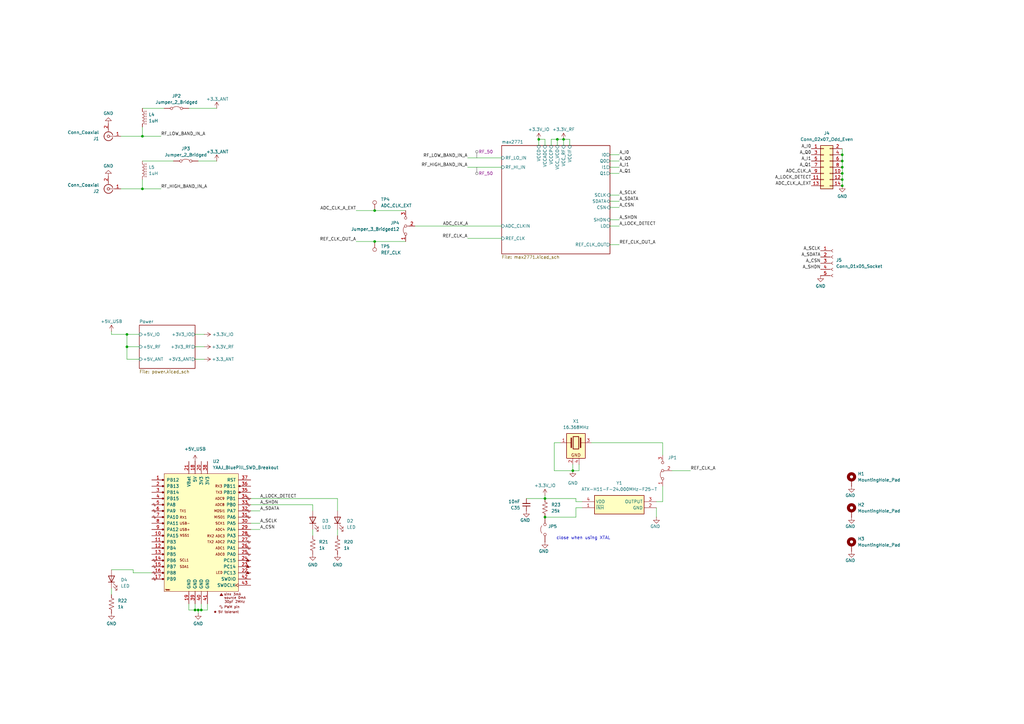
<source format=kicad_sch>
(kicad_sch (version 20250114) (generator "eeschema") (generator_version "9.0")
  (paper "A3")
  (title_block (title "MAX2771 test board") (company "K. Karpacz"))
  (lib_symbols
    (symbol "ATX-H11-F-24_000MHz-F25-T:ATX-H11-F-24.000MHz-F25-T"
      (property "Reference" "Y" (at 26.67 7.62 0))
      (property "Value" "ATX-H11-F-24.000MHz-F25-T" (at 26.67 5.08 0))
      (symbol "ATX-H11-F-24.000MHz-F25-T_1_1"
        (rectangle (start 5.08 2.54) (end 25.4 -5.08) (stroke (width 0.254)) (fill (type background)))
        (pin passive line (at 0 0 0) (length 5.08) (name "VDD") (number "4"))
        (pin passive line (at 0 -2.54 0) (length 5.08) (name "~{INH}") (number "1"))
        (pin passive line (at 30.48 0 180) (length 5.08) (name "OUTPUT") (number "3"))
        (pin passive line (at 30.48 -2.54 180) (length 5.08) (name "GND") (number "2"))
      )
    )
    (symbol "Connector:Conn_01x05_Socket" (pin_names (offset 1.016) (hide yes))
      (property "Reference" "J" (at 0 7.62 0))
      (property "Value" "Conn_01x05_Socket" (at 0 -7.62 0))
      (symbol "Conn_01x05_Socket_1_1"
        (polyline (pts (xy -1.27 5.08) (xy -0.508 5.08)) (stroke (width 0.1524)))
        (polyline (pts (xy -1.27 2.54) (xy -0.508 2.54)) (stroke (width 0.1524)))
        (polyline (pts (xy -1.27 0) (xy -0.508 0)) (stroke (width 0.1524)))
        (polyline (pts (xy -1.27 -2.54) (xy -0.508 -2.54)) (stroke (width 0.1524)))
        (polyline (pts (xy -1.27 -5.08) (xy -0.508 -5.08)) (stroke (width 0.1524)))
        (arc (start 0 4.572) (mid -0.5058 5.08) (end 0 5.588) (stroke (width 0.1524)))
        (arc (start 0 2.032) (mid -0.5058 2.54) (end 0 3.048) (stroke (width 0.1524)))
        (arc (start 0 -0.508) (mid -0.5058 0) (end 0 0.508) (stroke (width 0.1524)))
        (arc (start 0 -3.048) (mid -0.5058 -2.54) (end 0 -2.032) (stroke (width 0.1524)))
        (arc (start 0 -5.588) (mid -0.5058 -5.08) (end 0 -4.572) (stroke (width 0.1524)))
        (pin passive line (at -5.08 5.08 0) (length 3.81) (name "Pin_1") (number "1"))
        (pin passive line (at -5.08 2.54 0) (length 3.81) (name "Pin_2") (number "2"))
        (pin passive line (at -5.08 0 0) (length 3.81) (name "Pin_3") (number "3"))
        (pin passive line (at -5.08 -2.54 0) (length 3.81) (name "Pin_4") (number "4"))
        (pin passive line (at -5.08 -5.08 0) (length 3.81) (name "Pin_5") (number "5"))
      )
    )
    (symbol "Connector:Conn_Coaxial" (pin_names (offset 1.016) (hide yes))
      (property "Reference" "J" (at 0.254 3.048 0))
      (property "Value" "Conn_Coaxial" (at 2.921 0 90))
      (symbol "Conn_Coaxial_0_1"
        (polyline (pts (xy -2.54 0) (xy -0.508 0)))
        (arc (start 1.778 0) (mid 0.222 -1.8079) (end -1.778 -0.508) (stroke (width 0.254)))
        (arc (start -1.778 0.508) (mid 0.2221 1.8084) (end 1.778 0) (stroke (width 0.254)))
        (circle (center 0 0) (radius 0.508) (stroke (width 0.2032)))
        (polyline (pts (xy 0 -2.54) (xy 0 -1.778)))
      )
      (symbol "Conn_Coaxial_1_1"
        (pin passive line (at -5.08 0 0) (length 2.54) (name "In") (number "1"))
        (pin passive line (at 0 -5.08 90) (length 2.54) (name "Ext") (number "2"))
      )
    )
    (symbol "Connector:TestPoint" (pin_numbers (hide yes)) (pin_names (offset 0.762) (hide yes))
      (property "Reference" "TP" (at 0 6.858 0))
      (property "Value" "TestPoint" (at 0 5.08 0))
      (symbol "TestPoint_0_1"
        (circle (center 0 3.302) (radius 0.762))
      )
      (symbol "TestPoint_1_1"
        (pin passive line (at 0 0 90) (length 2.54) (name "1") (number "1"))
      )
    )
    (symbol "Connector_Generic:Conn_02x07_Odd_Even" (pin_names (offset 1.016) (hide yes))
      (property "Reference" "J" (at 1.27 10.16 0))
      (property "Value" "Conn_02x07_Odd_Even" (at 1.27 -10.16 0))
      (symbol "Conn_02x07_Odd_Even_1_1"
        (rectangle (start -1.27 8.89) (end 3.81 -8.89) (stroke (width 0.254)) (fill (type background)))
        (rectangle (start -1.27 7.747) (end 0 7.493) (stroke (width 0.1524)))
        (rectangle (start -1.27 5.207) (end 0 4.953) (stroke (width 0.1524)))
        (rectangle (start -1.27 2.667) (end 0 2.413) (stroke (width 0.1524)))
        (rectangle (start -1.27 0.127) (end 0 -0.127) (stroke (width 0.1524)))
        (rectangle (start -1.27 -2.413) (end 0 -2.667) (stroke (width 0.1524)))
        (rectangle (start -1.27 -4.953) (end 0 -5.207) (stroke (width 0.1524)))
        (rectangle (start -1.27 -7.493) (end 0 -7.747) (stroke (width 0.1524)))
        (rectangle (start 3.81 7.747) (end 2.54 7.493) (stroke (width 0.1524)))
        (rectangle (start 3.81 5.207) (end 2.54 4.953) (stroke (width 0.1524)))
        (rectangle (start 3.81 2.667) (end 2.54 2.413) (stroke (width 0.1524)))
        (rectangle (start 3.81 0.127) (end 2.54 -0.127) (stroke (width 0.1524)))
        (rectangle (start 3.81 -2.413) (end 2.54 -2.667) (stroke (width 0.1524)))
        (rectangle (start 3.81 -4.953) (end 2.54 -5.207) (stroke (width 0.1524)))
        (rectangle (start 3.81 -7.493) (end 2.54 -7.747) (stroke (width 0.1524)))
        (pin passive line (at -5.08 7.62 0) (length 3.81) (name "Pin_1") (number "1"))
        (pin passive line (at -5.08 5.08 0) (length 3.81) (name "Pin_3") (number "3"))
        (pin passive line (at -5.08 2.54 0) (length 3.81) (name "Pin_5") (number "5"))
        (pin passive line (at -5.08 0 0) (length 3.81) (name "Pin_7") (number "7"))
        (pin passive line (at -5.08 -2.54 0) (length 3.81) (name "Pin_9") (number "9"))
        (pin passive line (at -5.08 -5.08 0) (length 3.81) (name "Pin_11") (number "11"))
        (pin passive line (at -5.08 -7.62 0) (length 3.81) (name "Pin_13") (number "13"))
        (pin passive line (at 7.62 7.62 180) (length 3.81) (name "Pin_2") (number "2"))
        (pin passive line (at 7.62 5.08 180) (length 3.81) (name "Pin_4") (number "4"))
        (pin passive line (at 7.62 2.54 180) (length 3.81) (name "Pin_6") (number "6"))
        (pin passive line (at 7.62 0 180) (length 3.81) (name "Pin_8") (number "8"))
        (pin passive line (at 7.62 -2.54 180) (length 3.81) (name "Pin_10") (number "10"))
        (pin passive line (at 7.62 -5.08 180) (length 3.81) (name "Pin_12") (number "12"))
        (pin passive line (at 7.62 -7.62 180) (length 3.81) (name "Pin_14") (number "14"))
      )
    )
    (symbol "Device:C_Small" (pin_numbers (hide yes)) (pin_names (offset 0.254) (hide yes))
      (property "Reference" "C" (at 0.254 1.778 0))
      (property "Value" "C_Small" (at 0.254 -2.032 0))
      (symbol "C_Small_0_1"
        (polyline (pts (xy -1.524 0.508) (xy 1.524 0.508)) (stroke (width 0.3048)))
        (polyline (pts (xy -1.524 -0.508) (xy 1.524 -0.508)) (stroke (width 0.3302)))
      )
      (symbol "C_Small_1_1"
        (pin passive line (at 0 2.54 270) (length 2.032) (name "~") (number "1"))
        (pin passive line (at 0 -2.54 90) (length 2.032) (name "~") (number "2"))
      )
    )
    (symbol "Device:LED" (pin_numbers (hide yes)) (pin_names (offset 1.016) (hide yes))
      (property "Reference" "D" (at 0 2.54 0))
      (property "Value" "LED" (at 0 -2.54 0))
      (symbol "LED_0_1"
        (polyline (pts (xy -3.048 -0.762) (xy -4.572 -2.286) (xy -3.81 -2.286) (xy -4.572 -2.286) (xy -4.572 -1.524)))
        (polyline (pts (xy -1.778 -0.762) (xy -3.302 -2.286) (xy -2.54 -2.286) (xy -3.302 -2.286) (xy -3.302 -1.524)))
        (polyline (pts (xy -1.27 0) (xy 1.27 0)))
        (polyline (pts (xy -1.27 -1.27) (xy -1.27 1.27)) (stroke (width 0.254)))
        (polyline (pts (xy 1.27 -1.27) (xy 1.27 1.27) (xy -1.27 0) (xy 1.27 -1.27)) (stroke (width 0.254)))
      )
      (symbol "LED_1_1"
        (pin passive line (at -3.81 0 0) (length 2.54) (name "K") (number "1"))
        (pin passive line (at 3.81 0 180) (length 2.54) (name "A") (number "2"))
      )
    )
    (symbol "Device:L_Ferrite" (pin_numbers (hide yes)) (pin_names (offset 1.016) (hide yes))
      (property "Reference" "L" (at -1.27 0 90))
      (property "Value" "L_Ferrite" (at 2.794 0 90))
      (symbol "L_Ferrite_0_1"
        (arc (start 0 2.54) (mid 0.6323 1.905) (end 0 1.27))
        (arc (start 0 1.27) (mid 0.6323 0.635) (end 0 0))
        (arc (start 0 0) (mid 0.6323 -0.635) (end 0 -1.27))
        (arc (start 0 -1.27) (mid 0.6323 -1.905) (end 0 -2.54))
        (polyline (pts (xy 1.016 2.286) (xy 1.016 2.794)))
        (polyline (pts (xy 1.016 1.27) (xy 1.016 1.778)))
        (polyline (pts (xy 1.016 0.254) (xy 1.016 0.762)))
        (polyline (pts (xy 1.016 -0.762) (xy 1.016 -0.254)))
        (polyline (pts (xy 1.016 -1.778) (xy 1.016 -1.27)))
        (polyline (pts (xy 1.016 -2.794) (xy 1.016 -2.286)))
        (polyline (pts (xy 1.524 2.794) (xy 1.524 2.286)))
        (polyline (pts (xy 1.524 1.778) (xy 1.524 1.27)))
        (polyline (pts (xy 1.524 0.762) (xy 1.524 0.254)))
        (polyline (pts (xy 1.524 -0.254) (xy 1.524 -0.762)))
        (polyline (pts (xy 1.524 -1.27) (xy 1.524 -1.778)))
        (polyline (pts (xy 1.524 -2.286) (xy 1.524 -2.794)))
      )
      (symbol "L_Ferrite_1_1"
        (pin passive line (at 0 3.81 270) (length 1.27) (name "1") (number "1"))
        (pin passive line (at 0 -3.81 90) (length 1.27) (name "2") (number "2"))
      )
    )
    (symbol "Device:R_US" (pin_numbers (hide yes)) (pin_names (offset 0))
      (property "Reference" "R" (at 2.54 0 90))
      (property "Value" "R_US" (at -2.54 0 90))
      (symbol "R_US_0_1"
        (polyline (pts (xy 0 2.286) (xy 0 2.54)))
        (polyline (pts (xy 0 2.286) (xy 1.016 1.905) (xy 0 1.524) (xy -1.016 1.143) (xy 0 0.762)))
        (polyline (pts (xy 0 0.762) (xy 1.016 0.381) (xy 0 0) (xy -1.016 -0.381) (xy 0 -0.762)))
        (polyline (pts (xy 0 -0.762) (xy 1.016 -1.143) (xy 0 -1.524) (xy -1.016 -1.905) (xy 0 -2.286)))
        (polyline (pts (xy 0 -2.286) (xy 0 -2.54)))
      )
      (symbol "R_US_1_1"
        (pin passive line (at 0 3.81 270) (length 1.27) (name "~") (number "1"))
        (pin passive line (at 0 -3.81 90) (length 1.27) (name "~") (number "2"))
      )
    )
    (symbol "Jumper:Jumper_2_Bridged" (pin_numbers (hide yes)) (pin_names (offset 0) (hide yes)) (exclude_from_sim yes)
      (property "Reference" "JP" (at 0 1.905 0))
      (property "Value" "Jumper_2_Bridged" (at 0 -2.54 0))
      (symbol "Jumper_2_Bridged_0_0"
        (circle (center -2.032 0) (radius 0.508))
        (circle (center 2.032 0) (radius 0.508))
      )
      (symbol "Jumper_2_Bridged_0_1"
        (arc (start -1.524 0.254) (mid 0 0.762) (end 1.524 0.254))
      )
      (symbol "Jumper_2_Bridged_1_1"
        (pin passive line (at -5.08 0 0) (length 2.54) (name "A") (number "1"))
        (pin passive line (at 5.08 0 180) (length 2.54) (name "B") (number "2"))
      )
    )
    (symbol "Jumper:Jumper_2_Open" (pin_numbers (hide yes)) (pin_names (offset 0) (hide yes)) (exclude_from_sim yes)
      (property "Reference" "JP" (at 0 2.794 0))
      (property "Value" "Jumper_2_Open" (at 0 -2.286 0))
      (symbol "Jumper_2_Open_0_0"
        (circle (center -2.032 0) (radius 0.508))
        (circle (center 2.032 0) (radius 0.508))
      )
      (symbol "Jumper_2_Open_0_1"
        (arc (start -1.524 1.27) (mid 0 1.778) (end 1.524 1.27))
      )
      (symbol "Jumper_2_Open_1_1"
        (pin passive line (at -5.08 0 0) (length 2.54) (name "A") (number "1"))
        (pin passive line (at 5.08 0 180) (length 2.54) (name "B") (number "2"))
      )
    )
    (symbol "Jumper:Jumper_3_Bridged12" (pin_names (offset 0) (hide yes)) (exclude_from_sim yes) (in_bom no)
      (property "Reference" "JP" (at -2.54 -2.54 0))
      (property "Value" "Jumper_3_Bridged12" (at 0 2.794 0))
      (symbol "Jumper_3_Bridged12_0_0"
        (circle (center -3.302 0) (radius 0.508))
        (circle (center 0 0) (radius 0.508))
        (circle (center 3.302 0) (radius 0.508))
      )
      (symbol "Jumper_3_Bridged12_0_1"
        (arc (start -3.048 0.508) (mid -1.651 0.9912) (end -0.254 0.508))
        (polyline (pts (xy 0 -1.27) (xy 0 -0.508)))
      )
      (symbol "Jumper_3_Bridged12_1_1"
        (pin passive line (at -6.35 0 0) (length 2.54) (name "A") (number "1"))
        (pin passive line (at 0 -3.81 90) (length 2.54) (name "C") (number "2"))
        (pin passive line (at 6.35 0 180) (length 2.54) (name "B") (number "3"))
      )
    )
    (symbol "Mechanical:MountingHole_Pad" (pin_numbers (hide yes)) (pin_names (offset 1.016) (hide yes)) (exclude_from_sim yes) (in_bom no)
      (property "Reference" "H" (at 0 6.35 0))
      (property "Value" "MountingHole_Pad" (at 0 4.445 0))
      (symbol "MountingHole_Pad_0_1"
        (circle (center 0 1.27) (radius 1.27) (stroke (width 1.27)))
      )
      (symbol "MountingHole_Pad_1_1"
        (pin input line (at 0 -2.54 90) (length 2.54) (name "1") (number "1"))
      )
    )
    (symbol "PCM_Crystal_AKL:SMD5032-4" (pin_names (offset 1.016) (hide yes))
      (property "Reference" "X" (at 0 8.89 0))
      (property "Value" "SMD5032-4" (at 0 6.35 0))
      (symbol "SMD5032-4_0_1"
        (rectangle (start -3.81 3.81) (end 3.81 -6.35) (stroke (width 0.254)) (fill (type background)))
        (polyline (pts (xy -3.81 0) (xy -1.905 0)))
        (polyline (pts (xy -1.905 -1.905) (xy -1.905 1.905)) (stroke (width 0.508)))
        (rectangle (start -1.143 2.54) (end 1.143 -2.54) (stroke (width 0.3048)))
        (polyline (pts (xy 1.905 -1.905) (xy 1.905 1.905)) (stroke (width 0.508)))
        (polyline (pts (xy 3.81 0) (xy 1.905 0)))
        (text "GND" (at 0 -5.08 0) (effects (font (size 1.27 1.27))))
      )
      (symbol "SMD5032-4_1_1"
        (pin passive line (at -6.35 0 0) (length 2.54) (name "1") (number "1"))
        (pin passive line (at -1.27 -8.89 90) (length 2.54) (name "2") (number "2"))
        (pin passive line (at 1.27 -8.89 90) (length 2.54) (name "4") (number "4"))
        (pin passive line (at 6.35 0 180) (length 2.54) (name "3") (number "3"))
      )
    )
    (symbol "YAAJ_BluePill_SWD_Breakout:YAAJ_BluePill_SWD_Breakout" (pin_names (offset 1.016))
      (property "Reference" "U2" (at 4.6833 27.94 0))
      (property "Value" "YAAJ_BluePill_SWD_Breakout" (at 4.6833 25.4 0))
      (symbol "YAAJ_BluePill_SWD_Breakout_0_0"
        (circle (center -15.748 20.32) (radius 0.3556) (fill (type outline)))
        (circle (center -15.748 15.24) (radius 0.3556) (fill (type outline)))
        (circle (center -15.748 12.7) (radius 0.3556) (fill (type outline)))
        (circle (center -15.748 10.16) (radius 0.3556) (fill (type outline)))
        (circle (center -15.748 7.62) (radius 0.3556) (fill (type outline)))
        (circle (center -15.748 5.08) (radius 0.3556) (fill (type outline)))
        (circle (center -15.748 2.54) (radius 0.3556) (fill (type outline)))
        (circle (center -15.748 0) (radius 0.3556) (fill (type outline)))
        (circle (center -15.748 -2.54) (radius 0.3556) (fill (type outline)))
        (circle (center -15.748 -5.08) (radius 0.3556) (fill (type outline)))
        (circle (center -15.748 -7.62) (radius 0.3556) (fill (type outline)))
        (circle (center -15.748 -10.16) (radius 0.3556) (fill (type outline)))
        (circle (center -15.748 -12.7) (radius 0.3556) (fill (type outline)))
        (circle (center -15.748 -15.24) (radius 0.3556) (fill (type outline)))
        (circle (center -15.748 -17.78) (radius 0.3556) (fill (type outline)))
        (circle (center -15.748 -20.32) (radius 0.3556) (fill (type outline)))
        (circle (center 5.715 -33.782) (radius 0.127) (fill (type outline)))
        (circle (center 5.715 -33.782) (radius 0.254))
        (circle (center 5.715 -33.782) (radius 0.3556))
        (polyline (pts (xy 7.62 -27.178) (xy 8.255 -26.162) (xy 8.89 -27.178) (xy 7.62 -27.178) (xy 8.255 -26.289) (xy 8.763 -27.178) (xy 7.747 -27.051) (xy 8.255 -26.416) (xy 8.636 -27.178) (xy 7.874 -26.924) (xy 8.382 -26.543) (xy 8.509 -27.178) (xy 8.001 -26.797) (xy 8.509 -26.67) (xy 8.382 -27.051) (xy 8.128 -26.797) (xy 8.382 -26.924) (xy 8.255 -26.67)))
        (circle (center 15.748 17.78) (radius 0.254) (fill (type outline)))
        (circle (center 15.748 17.78) (radius 0.3556))
        (circle (center 15.748 15.24) (radius 0.254) (fill (type outline)))
        (circle (center 15.748 15.24) (radius 0.3556))
        (polyline (pts (xy 18.415 -13.081) (xy 19.05 -12.065) (xy 19.685 -13.081) (xy 18.415 -13.081) (xy 19.05 -12.192) (xy 19.558 -13.081) (xy 18.542 -12.954) (xy 19.05 -12.319) (xy 19.431 -13.081) (xy 18.669 -12.827) (xy 19.177 -12.446) (xy 19.304 -13.081) (xy 18.796 -12.7) (xy 19.304 -12.573) (xy 19.177 -12.954) (xy 18.923 -12.7) (xy 19.177 -12.827) (xy 19.05 -12.573)))
        (polyline (pts (xy 18.415 -15.621) (xy 19.05 -14.605) (xy 19.685 -15.621) (xy 18.415 -15.621) (xy 19.05 -14.732) (xy 19.558 -15.621) (xy 18.542 -15.494) (xy 19.05 -14.859) (xy 19.431 -15.621) (xy 18.669 -15.367) (xy 19.177 -14.986) (xy 19.304 -15.621) (xy 18.796 -15.24) (xy 19.304 -15.113) (xy 19.177 -15.494) (xy 18.923 -15.24) (xy 19.177 -15.367) (xy 19.05 -15.113)))
        (polyline (pts (xy 18.415 -18.161) (xy 19.05 -17.145) (xy 19.685 -18.161) (xy 18.415 -18.161) (xy 19.05 -17.272) (xy 19.558 -18.161) (xy 18.542 -18.034) (xy 19.05 -17.399) (xy 19.431 -18.161) (xy 18.669 -17.907) (xy 19.177 -17.526) (xy 19.304 -18.161) (xy 18.796 -17.78) (xy 19.304 -17.653) (xy 19.177 -18.034) (xy 18.923 -17.78) (xy 19.177 -17.907) (xy 19.05 -17.653)))
        (text "Y@@J" (at -13.8176 -24.6888 0) (effects (font (size 0.508 0.508))))
        (text "TX1" (at -7.493 7.62 0) (effects (font (size 0.9906 0.9906))))
        (text "RX1" (at -7.366 4.953 0) (effects (font (size 0.9906 0.9906))))
        (text "SCL1" (at -6.985 -12.573 0) (effects (font (size 0.9906 0.9906))))
        (text "SDA1" (at -6.985 -15.24 0) (effects (font (size 0.9906 0.9906))))
        (text "NSS1" (at -6.858 -2.413 0) (effects (font (size 0.9906 0.9906))))
        (text "USB-" (at -6.731 2.54 0) (effects (font (size 0.9906 0.9906))))
        (text "USB+" (at -6.731 0 0) (effects (font (size 0.9906 0.9906))))
        (text "RX2" (at 3.81 -2.667 0) (effects (font (size 0.9906 0.9906))))
        (text "TX2" (at 3.81 -5.08 0) (effects (font (size 0.9906 0.9906))))
        (text "RX3" (at 7.112 17.78 0) (effects (font (size 0.9906 0.9906))))
        (text "TX3" (at 7.239 15.24 0) (effects (font (size 0.9906 0.9906))))
        (text "LED" (at 7.366 -17.653 0) (effects (font (size 0.9906 0.9906))))
        (text "MOSI1" (at 7.493 7.62 0) (effects (font (size 0.9906 0.9906))))
        (text "MISO1" (at 7.493 5.08 0) (effects (font (size 0.9906 0.9906))))
        (text "ADC9" (at 7.62 12.7 0) (effects (font (size 0.9906 0.9906))))
        (text "ADC8" (at 7.62 10.16 0) (effects (font (size 0.9906 0.9906))))
        (text "SCK1" (at 7.747 2.54 0) (effects (font (size 0.9906 0.9906))))
        (text "ADC4" (at 7.747 0 0) (effects (font (size 0.9906 0.9906))))
        (text "ADC3" (at 7.747 -2.667 0) (effects (font (size 0.9906 0.9906))))
        (text "ADC2" (at 7.747 -5.08 0) (effects (font (size 0.9906 0.9906))))
        (text "ADC1" (at 7.747 -7.62 0) (effects (font (size 0.9906 0.9906))))
        (text "ADC0" (at 7.747 -10.16 0) (effects (font (size 0.9906 0.9906))))
        (text "5V tolerant" (at 11.176 -33.782 0) (effects (font (size 0.9906 0.9906))))
        (text "PWM pin" (at 12.573 -31.75 0) (effects (font (size 0.9906 0.9906))))
        (text "sink 3mA" (at 12.827 -26.543 0) (effects (font (size 0.9906 0.9906))))
        (text "30pF 2MHz" (at 13.716 -29.591 0) (effects (font (size 0.9906 0.9906))))
        (text "source 0mA" (at 13.843 -27.94 0) (effects (font (size 0.9906 0.9906))))
      )
      (symbol "YAAJ_BluePill_SWD_Breakout_0_1"
        (polyline (pts (xy -18.796 10.16) (xy -18.796 9.652) (xy -19.304 9.652) (xy -19.304 10.668) (xy -19.812 10.668) (xy -19.812 10.16)))
        (polyline (pts (xy -18.796 7.62) (xy -18.796 7.112) (xy -19.304 7.112) (xy -19.304 8.128) (xy -19.812 8.128) (xy -19.812 7.62)))
        (polyline (pts (xy -18.796 5.08) (xy -18.796 4.572) (xy -19.304 4.572) (xy -19.304 5.588) (xy -19.812 5.588) (xy -19.812 5.08)))
        (polyline (pts (xy -18.796 -12.7) (xy -18.796 -13.208) (xy -19.304 -13.208) (xy -19.304 -12.192) (xy -19.812 -12.192) (xy -19.812 -12.7)))
        (polyline (pts (xy -18.796 -15.24) (xy -18.796 -15.748) (xy -19.304 -15.748) (xy -19.304 -14.732) (xy -19.812 -14.732) (xy -19.812 -15.24)))
        (polyline (pts (xy -18.796 -17.78) (xy -18.796 -18.288) (xy -19.304 -18.288) (xy -19.304 -17.272) (xy -19.812 -17.272) (xy -19.812 -17.78)))
        (polyline (pts (xy -18.796 -20.32) (xy -18.796 -20.828) (xy -19.304 -20.828) (xy -19.304 -19.812) (xy -19.812 -19.812) (xy -19.812 -20.32)))
        (rectangle (start -15.24 22.86) (end 15.24 -25.4) (fill (type background)))
        (polyline (pts (xy 8.636 -31.75) (xy 8.636 -32.258) (xy 8.128 -32.258) (xy 8.128 -31.242) (xy 7.62 -31.242) (xy 7.62 -31.75)))
        (polyline (pts (xy 19.812 12.7) (xy 19.812 12.192) (xy 19.304 12.192) (xy 19.304 13.208) (xy 18.796 13.208) (xy 18.796 12.7)))
        (polyline (pts (xy 19.812 10.16) (xy 19.812 9.652) (xy 19.304 9.652) (xy 19.304 10.668) (xy 18.796 10.668) (xy 18.796 10.16)))
        (polyline (pts (xy 19.812 7.62) (xy 19.812 7.112) (xy 19.304 7.112) (xy 19.304 8.128) (xy 18.796 8.128) (xy 18.796 7.62)))
        (polyline (pts (xy 19.812 5.08) (xy 19.812 4.572) (xy 19.304 4.572) (xy 19.304 5.588) (xy 18.796 5.588) (xy 18.796 5.08)))
        (polyline (pts (xy 19.812 -2.54) (xy 19.812 -3.048) (xy 19.304 -3.048) (xy 19.304 -2.032) (xy 18.796 -2.032) (xy 18.796 -2.54)))
        (polyline (pts (xy 19.812 -5.08) (xy 19.812 -5.588) (xy 19.304 -5.588) (xy 19.304 -4.572) (xy 18.796 -4.572) (xy 18.796 -5.08)))
        (polyline (pts (xy 19.812 -7.62) (xy 19.812 -8.128) (xy 19.304 -8.128) (xy 19.304 -7.112) (xy 18.796 -7.112) (xy 18.796 -7.62)))
        (polyline (pts (xy 19.812 -10.16) (xy 19.812 -10.668) (xy 19.304 -10.668) (xy 19.304 -9.652) (xy 18.796 -9.652) (xy 18.796 -10.16)))
      )
      (symbol "YAAJ_BluePill_SWD_Breakout_1_1"
        (circle (center -15.748 17.78) (radius 0.3556) (fill (type outline)))
        (pin bidirectional line (at -20.32 20.32 0) (length 5.08) (name "PB12") (number "1"))
        (pin bidirectional line (at -20.32 17.78 0) (length 5.08) (name "PB13") (number "2"))
        (pin bidirectional line (at -20.32 15.24 0) (length 5.08) (name "PB14") (number "3"))
        (pin bidirectional line (at -20.32 12.7 0) (length 5.08) (name "PB15") (number "4"))
        (pin bidirectional line (at -20.32 10.16 0) (length 5.08) (name "PA8") (number "5"))
        (pin bidirectional line (at -20.32 7.62 0) (length 5.08) (name "PA9") (number "6"))
        (pin bidirectional line (at -20.32 5.08 0) (length 5.08) (name "PA10") (number "7"))
        (pin bidirectional line (at -20.32 2.54 0) (length 5.08) (name "PA11") (number "8"))
        (pin bidirectional line (at -20.32 0 0) (length 5.08) (name "PA12") (number "9"))
        (pin bidirectional line (at -20.32 -2.54 0) (length 5.08) (name "PA15") (number "10"))
        (pin bidirectional line (at -20.32 -5.08 0) (length 5.08) (name "PB3") (number "11"))
        (pin bidirectional line (at -20.32 -7.62 0) (length 5.08) (name "PB4") (number "12"))
        (pin bidirectional line (at -20.32 -10.16 0) (length 5.08) (name "PB5") (number "13"))
        (pin bidirectional line (at -20.32 -12.7 0) (length 5.08) (name "PB6") (number "14"))
        (pin bidirectional line (at -20.32 -15.24 0) (length 5.08) (name "PB7") (number "15"))
        (pin bidirectional line (at -20.32 -17.78 0) (length 5.08) (name "PB8") (number "16"))
        (pin bidirectional line (at -20.32 -20.32 0) (length 5.08) (name "PB9") (number "17"))
        (pin power_in line (at -5.08 27.94 270) (length 5.08) (name "VBat") (number "21"))
        (pin power_in line (at -5.08 -30.48 90) (length 5.08) (name "GND") (number "19"))
        (pin power_in line (at -2.54 27.94 270) (length 5.08) (name "5V") (number "18"))
        (pin power_in line (at -2.54 -30.48 90) (length 5.08) (name "GND") (number "39"))
        (pin power_in line (at 0 27.94 270) (length 5.08) (name "3V3") (number "20"))
        (pin power_in line (at 0 -30.48 90) (length 5.08) (name "GND") (number "40"))
        (pin power_in line (at 2.54 27.94 270) (length 5.08) (name "3V3") (number "38"))
        (pin power_in line (at 2.54 -30.48 90) (length 5.08) (name "GND") (number "41"))
        (pin input line (at 20.32 20.32 180) (length 5.08) (name "RST") (number "37"))
        (pin bidirectional line (at 20.32 17.78 180) (length 5.08) (name "PB11") (number "36"))
        (pin bidirectional line (at 20.32 15.24 180) (length 5.08) (name "PB10") (number "35"))
        (pin bidirectional line (at 20.32 12.7 180) (length 5.08) (name "PB1") (number "34"))
        (pin bidirectional line (at 20.32 10.16 180) (length 5.08) (name "PB0") (number "33"))
        (pin bidirectional line (at 20.32 7.62 180) (length 5.08) (name "PA7") (number "32"))
        (pin bidirectional line (at 20.32 5.08 180) (length 5.08) (name "PA6") (number "31"))
        (pin bidirectional line (at 20.32 2.54 180) (length 5.08) (name "PA5") (number "30"))
        (pin bidirectional line (at 20.32 0 180) (length 5.08) (name "PA4") (number "29"))
        (pin bidirectional line (at 20.32 -2.54 180) (length 5.08) (name "PA3") (number "28"))
        (pin bidirectional line (at 20.32 -5.08 180) (length 5.08) (name "PA2") (number "27"))
        (pin bidirectional line (at 20.32 -7.62 180) (length 5.08) (name "PA1") (number "26"))
        (pin bidirectional line (at 20.32 -10.16 180) (length 5.08) (name "PA0") (number "25"))
        (pin bidirectional line (at 20.32 -12.7 180) (length 5.08) (name "PC15") (number "24"))
        (pin bidirectional line (at 20.32 -15.24 180) (length 5.08) (name "PC14") (number "23"))
        (pin bidirectional line (at 20.32 -17.78 180) (length 5.08) (name "PC13") (number "22"))
        (pin bidirectional line (at 20.32 -20.32 180) (length 5.08) (name "SWDIO") (number "42"))
        (pin input clock (at 20.32 -22.86 180) (length 5.08) (name "SWDCLK") (number "43"))
      )
    )
    (symbol "power:+3.3V" (power) (pin_numbers (hide yes)) (pin_names (offset 0) (hide yes))
      (property "Value" "+3.3V" (at 0 3.556 0))
      (symbol "+3.3V_0_1"
        (polyline (pts (xy -0.762 1.27) (xy 0 2.54)))
        (polyline (pts (xy 0 2.54) (xy 0.762 1.27)))
        (polyline (pts (xy 0 0) (xy 0 2.54)))
      )
      (symbol "+3.3V_1_1"
        (pin power_in line (at 0 0 90) (length 0) (name "~") (number "1"))
      )
    )
    (symbol "power:+5V" (power) (pin_numbers (hide yes)) (pin_names (offset 0) (hide yes))
      (property "Value" "+5V" (at 0 3.556 0))
      (symbol "+5V_0_1"
        (polyline (pts (xy -0.762 1.27) (xy 0 2.54)))
        (polyline (pts (xy 0 2.54) (xy 0.762 1.27)))
        (polyline (pts (xy 0 0) (xy 0 2.54)))
      )
      (symbol "+5V_1_1"
        (pin power_in line (at 0 0 90) (length 0) (name "~") (number "1"))
      )
    )
    (symbol "power:GND" (power) (pin_numbers (hide yes)) (pin_names (offset 0) (hide yes))
      (property "Value" "GND" (at 0 -3.81 0))
      (symbol "GND_0_1"
        (polyline (pts (xy 0 0) (xy 0 -1.27) (xy 1.27 -1.27) (xy 0 -2.54) (xy -1.27 -1.27) (xy 0 -1.27)))
      )
      (symbol "GND_1_1"
        (pin power_in line (at 0 0 270) (length 0) (name "~") (number "1"))
      )
    )
  )
  (text "close when using XTAL" (at 239.268 220.726 0) (effects (font (size 1.27 1.27))))
  (junction (at 223.52 212.09))
  (junction (at 81.28 250.19))
  (junction (at 228.6 57.15))
  (junction (at 231.14 57.15))
  (junction (at 153.67 86.36))
  (junction (at 345.44 76.2))
  (junction (at 153.67 99.06))
  (junction (at 234.95 193.04))
  (junction (at 345.44 68.58))
  (junction (at 52.07 137.16))
  (junction (at 58.42 77.47))
  (junction (at 223.52 204.47))
  (junction (at 52.07 142.24))
  (junction (at 345.44 71.12))
  (junction (at 345.44 66.04))
  (junction (at 345.44 73.66))
  (junction (at 80.01 250.19))
  (junction (at 345.44 63.5))
  (junction (at 58.42 55.88))
  (junction (at 82.55 250.19))
  (junction (at 220.98 57.15))
  (wire (pts (xy 81.28 250.19) (xy 81.28 251.46)))
  (wire (pts (xy 77.47 44.45) (xy 88.9 44.45)))
  (wire (pts (xy 220.98 57.15) (xy 223.52 57.15)))
  (wire (pts (xy 242.57 181.61) (xy 271.78 181.61)))
  (wire (pts (xy 52.07 147.32) (xy 52.07 142.24)))
  (wire (pts (xy 58.42 44.45) (xy 67.31 44.45)))
  (wire (pts (xy 54.61 234.95) (xy 54.61 233.68)))
  (wire (pts (xy 191.77 97.79) (xy 205.74 97.79)))
  (wire (pts (xy 215.9 204.47) (xy 223.52 204.47)))
  (wire (pts (xy 250.19 92.71) (xy 254 92.71)))
  (wire (pts (xy 146.05 99.06) (xy 153.67 99.06)))
  (wire (pts (xy 85.09 247.65) (xy 85.09 250.19)))
  (wire (pts (xy 54.61 233.68) (xy 45.72 233.68)))
  (wire (pts (xy 58.42 66.04) (xy 71.12 66.04)))
  (wire (pts (xy 223.52 57.15) (xy 223.52 59.69)))
  (wire (pts (xy 45.72 137.16) (xy 52.07 137.16)))
  (wire (pts (xy 220.98 59.69) (xy 220.98 57.15)))
  (wire (pts (xy 231.14 57.15) (xy 233.68 57.15)))
  (wire (pts (xy 52.07 142.24) (xy 57.15 142.24)))
  (wire (pts (xy 102.87 207.01) (xy 128.27 207.01)))
  (wire (pts (xy 80.01 247.65) (xy 80.01 250.19)))
  (wire (pts (xy 102.87 209.55) (xy 106.68 209.55)))
  (wire (pts (xy 153.67 99.06) (xy 166.37 99.06)))
  (wire (pts (xy 229.87 181.61) (xy 227.33 181.61)))
  (wire (pts (xy 77.47 250.19) (xy 80.01 250.19)))
  (wire (pts (xy 236.22 208.28) (xy 238.76 208.28)))
  (wire (pts (xy 45.72 241.3) (xy 45.72 243.84)))
  (wire (pts (xy 170.18 92.71) (xy 205.74 92.71)))
  (wire (pts (xy 345.44 63.5) (xy 345.44 66.04)))
  (wire (pts (xy 102.87 214.63) (xy 106.68 214.63)))
  (wire (pts (xy 128.27 217.17) (xy 128.27 219.71)))
  (wire (pts (xy 146.05 86.36) (xy 153.67 86.36)))
  (wire (pts (xy 77.47 247.65) (xy 77.47 250.19)))
  (wire (pts (xy 81.28 66.04) (xy 88.9 66.04)))
  (wire (pts (xy 250.19 68.58) (xy 254 68.58)))
  (wire (pts (xy 227.33 193.04) (xy 234.95 193.04)))
  (wire (pts (xy 191.77 68.58) (xy 205.74 68.58)))
  (wire (pts (xy 234.95 193.04) (xy 234.95 190.5)))
  (wire (pts (xy 236.22 205.74) (xy 238.76 205.74)))
  (wire (pts (xy 45.72 135.89) (xy 45.72 137.16)))
  (wire (pts (xy 345.44 71.12) (xy 345.44 73.66)))
  (wire (pts (xy 231.14 57.15) (xy 231.14 59.69)))
  (wire (pts (xy 49.53 77.47) (xy 58.42 77.47)))
  (wire (pts (xy 102.87 204.47) (xy 138.43 204.47)))
  (wire (pts (xy 345.44 66.04) (xy 345.44 68.58)))
  (wire (pts (xy 57.15 147.32) (xy 52.07 147.32)))
  (wire (pts (xy 191.77 64.77) (xy 205.74 64.77)))
  (wire (pts (xy 250.19 100.33) (xy 254 100.33)))
  (wire (pts (xy 58.42 73.66) (xy 58.42 77.47)))
  (wire (pts (xy 237.49 193.04) (xy 237.49 190.5)))
  (wire (pts (xy 269.24 212.09) (xy 269.24 208.28)))
  (wire (pts (xy 234.95 193.04) (xy 237.49 193.04)))
  (wire (pts (xy 271.78 199.39) (xy 271.78 205.74)))
  (wire (pts (xy 275.59 193.04) (xy 283.21 193.04)))
  (wire (pts (xy 345.44 73.66) (xy 345.44 76.2)))
  (wire (pts (xy 233.68 57.15) (xy 233.68 59.69)))
  (wire (pts (xy 271.78 205.74) (xy 269.24 205.74)))
  (wire (pts (xy 226.06 57.15) (xy 228.6 57.15)))
  (wire (pts (xy 128.27 207.01) (xy 128.27 209.55)))
  (wire (pts (xy 227.33 181.61) (xy 227.33 193.04)))
  (wire (pts (xy 345.44 68.58) (xy 345.44 71.12)))
  (wire (pts (xy 80.01 250.19) (xy 81.28 250.19)))
  (wire (pts (xy 138.43 204.47) (xy 138.43 209.55)))
  (wire (pts (xy 82.55 247.65) (xy 82.55 250.19)))
  (wire (pts (xy 49.53 55.88) (xy 58.42 55.88)))
  (wire (pts (xy 226.06 57.15) (xy 226.06 59.69)))
  (wire (pts (xy 250.19 85.09) (xy 254 85.09)))
  (wire (pts (xy 80.01 137.16) (xy 83.82 137.16)))
  (wire (pts (xy 80.01 147.32) (xy 83.82 147.32)))
  (wire (pts (xy 138.43 217.17) (xy 138.43 219.71)))
  (wire (pts (xy 153.67 86.36) (xy 166.37 86.36)))
  (wire (pts (xy 250.19 71.12) (xy 254 71.12)))
  (wire (pts (xy 81.28 250.19) (xy 82.55 250.19)))
  (wire (pts (xy 58.42 52.07) (xy 58.42 55.88)))
  (wire (pts (xy 250.19 66.04) (xy 254 66.04)))
  (wire (pts (xy 250.19 80.01) (xy 254 80.01)))
  (wire (pts (xy 250.19 63.5) (xy 254 63.5)))
  (wire (pts (xy 236.22 204.47) (xy 236.22 205.74)))
  (wire (pts (xy 223.52 212.09) (xy 236.22 212.09)))
  (wire (pts (xy 80.01 142.24) (xy 83.82 142.24)))
  (wire (pts (xy 250.19 82.55) (xy 254 82.55)))
  (wire (pts (xy 52.07 137.16) (xy 57.15 137.16)))
  (wire (pts (xy 223.52 204.47) (xy 236.22 204.47)))
  (wire (pts (xy 82.55 250.19) (xy 85.09 250.19)))
  (wire (pts (xy 271.78 181.61) (xy 271.78 186.69)))
  (wire (pts (xy 52.07 142.24) (xy 52.07 137.16)))
  (wire (pts (xy 228.6 57.15) (xy 228.6 59.69)))
  (wire (pts (xy 236.22 212.09) (xy 236.22 208.28)))
  (wire (pts (xy 250.19 90.17) (xy 254 90.17)))
  (wire (pts (xy 223.52 203.2) (xy 223.52 204.47)))
  (wire (pts (xy 231.14 57.15) (xy 228.6 57.15)))
  (wire (pts (xy 345.44 60.96) (xy 345.44 63.5)))
  (wire (pts (xy 58.42 55.88) (xy 66.04 55.88)))
  (wire (pts (xy 102.87 217.17) (xy 106.68 217.17)))
  (wire (pts (xy 62.23 234.95) (xy 54.61 234.95)))
  (wire (pts (xy 58.42 77.47) (xy 66.04 77.47)))
  (label "REF_CLK_A" (at 283.21 193.04 0))
  (label "ADC_CLK_A_EXT" (at 332.74 76.2 180))
  (label "ADC_CLK_A_EXT" (at 146.05 86.36 180))
  (label "A_SHDN" (at 336.55 110.49 180))
  (label "A_LOCK_DETECT" (at 106.68 204.47 0))
  (label "A_I1" (at 254 68.58 0))
  (label "A_Q1" (at 332.74 68.58 180))
  (label "A_Q0" (at 254 66.04 0))
  (label "A_I0" (at 254 63.5 0))
  (label "A_CSN" (at 254 85.09 0))
  (label "A_CSN" (at 106.68 217.17 0))
  (label "A_CSN" (at 336.55 107.95 180))
  (label "A_SDATA" (at 254 82.55 0))
  (label "REF_CLK_A" (at 191.77 97.79 180))
  (label "A_I0" (at 332.74 60.96 180))
  (label "A_LOCK_DETECT" (at 332.74 73.66 180))
  (label "ADC_CLK_A" (at 181.61 92.71 0))
  (label "RF_HIGH_BAND_IN_A" (at 66.04 77.47 0))
  (label "A_I1" (at 332.74 66.04 180))
  (label "A_SCLK" (at 336.55 102.87 180))
  (label "A_SHDN" (at 106.68 207.01 0))
  (label "RF_LOW_BAND_IN_A" (at 191.77 64.77 180))
  (label "A_SCLK" (at 106.68 214.63 0))
  (label "A_SDATA" (at 336.55 105.41 180))
  (label "A_SCLK" (at 254 80.01 0))
  (label "A_LOCK_DETECT" (at 254 92.71 0))
  (label "ADC_CLK_A" (at 332.74 71.12 180))
  (label "REF_CLK_OUT_A" (at 146.05 99.06 180))
  (label "REF_CLK_OUT_A" (at 254 100.33 0))
  (label "RF_HIGH_BAND_IN_A" (at 191.77 68.58 180))
  (label "RF_LOW_BAND_IN_A" (at 66.04 55.88 0))
  (label "A_SHDN" (at 254 90.17 0))
  (label "A_Q0" (at 332.74 63.5 180))
  (label "A_SDATA" (at 106.68 209.55 0))
  (label "A_Q1" (at 254 71.12 0))
  (netclass_flag "" (length 2.54) (shape round) (at 195.58 64.77 0) (property "Netclass" "RF_50" (at 196.2785 62.23 0) (effects (justify left))))
  (netclass_flag "" (length 2.54) (shape round) (at 195.58 68.58 180) (property "Netclass" "RF_50" (at 196.2785 71.12 0) (effects (justify left))))
  (symbol (lib_id "YAAJ_BluePill_SWD_Breakout:YAAJ_BluePill_SWD_Breakout") (at 82.55 217.17 0) (unit 1)
    (property "Reference" "U2" (at 87.2333 189.23 0) (effects (justify left)))
    (property "Value" "YAAJ_BluePill_SWD_Breakout" (at 87.2333 191.77 0) (effects (justify left)))
    (property "Footprint" "BluePill:YAAJ_BluePill_SWD_1" (effects (hide yes)))
    (property "Description" "STM32 Blue Pill ; KLC compliant ; broken out SWD port" (effects (hide yes)))
  )
  (symbol (lib_id "Jumper:Jumper_3_Bridged12") (at 166.37 92.71 90) (unit 1) (in_bom no)
    (property "Reference" "JP4" (at 163.83 91.4399 90) (effects (justify left)))
    (property "Value" "Jumper_3_Bridged12" (at 163.83 93.9799 90) (effects (justify left)))
    (property "Footprint" "Connector_PinHeader_2.54mm:PinHeader_1x03_P2.54mm_Vertical" (effects (hide yes)))
    (property "Description" "Jumper, 3-pole, pins 1+2 closed/bridged" (effects (hide yes)))
  )
  (symbol (lib_id "power:+5V") (at 83.82 147.32 270) (unit 1)
    (property "Reference" "#PWR028" (effects (hide yes)))
    (property "Value" "+3.3_ANT" (at 91.44 147.32 90))
    (property "Description" "Power symbol creates a global label with name \"+5V\"" (effects (hide yes)))
  )
  (symbol (lib_id "Connector:TestPoint") (at 153.67 99.06 180) (unit 1) (in_bom no)
    (property "Reference" "TP5" (at 156.21 101.0919 0) (effects (justify right)))
    (property "Value" "REF_CLK" (at 156.21 103.6319 0) (effects (justify right)))
    (property "Footprint" "TestPoint:TestPoint_Pad_D1.5mm" (effects (hide yes)))
    (property "Description" "test point" (effects (hide yes)))
  )
  (symbol (lib_id "Connector:TestPoint") (at 153.67 86.36 0) (unit 1) (in_bom no)
    (property "Reference" "TP4" (at 156.21 81.7879 0) (effects (justify left)))
    (property "Value" "ADC_CLK_EXT" (at 156.21 84.3279 0) (effects (justify left)))
    (property "Footprint" "TestPoint:TestPoint_Pad_D1.5mm" (effects (hide yes)))
    (property "Description" "test point" (effects (hide yes)))
  )
  (symbol (lib_id "ATX-H11-F-24_000MHz-F25-T:ATX-H11-F-24.000MHz-F25-T") (at 238.76 205.74 0) (unit 1)
    (property "Reference" "Y1" (at 254 198.12 0))
    (property "Value" "ATX-H11-F-24.000MHz-F25-T" (at 254 200.66 0))
    (property "Footprint" "ATX-H11-F-24.000MHz-F25-T:ATXH11F24000MHzF25T" (effects (hide yes)))
    (property "Datasheet" "https://abracon.com/datasheets/ATX-H11.pdf" (effects (hide yes)))
    (property "Description" "24 MHz TCXO CMOS Oscillator 1.68V ~ 3.63V 4-SMD, No Lead" (effects (hide yes)))
    (property "Height" "1.2" (effects (hide yes)))
    (property "Mouser Part Number" "815-H11F24000MHZF25T" (effects (hide yes)))
    (property "Mouser Price/Stock" "https://www.mouser.co.uk/ProductDetail/ABRACON/ATX-H11-F-24.000MHz-F25-T?qs=vvQtp7zwQdNuA4bpvBJ71A%3D%3D" (effects (hide yes)))
    (property "Manufacturer_Name" "ABRACON" (effects (hide yes)))
    (property "Manufacturer_Part_Number" "ATX-H11-F-24.000MHz-F25-T" (effects (hide yes)))
  )
  (symbol (lib_id "power:GND") (at 128.27 227.33 0) (unit 1)
    (property "Reference" "#PWR036" (effects (hide yes)))
    (property "Value" "GND" (at 128.27 231.648 0))
    (property "Description" "Power symbol creates a global label with name \"GND\" , ground" (effects (hide yes)))
  )
  (symbol (lib_id "power:GND") (at 336.55 113.03 0) (unit 1)
    (property "Reference" "#PWR035" (effects (hide yes)))
    (property "Value" "GND" (at 336.55 117.348 0))
    (property "Description" "Power symbol creates a global label with name \"GND\" , ground" (effects (hide yes)))
  )
  (symbol (lib_id "Connector:Conn_01x05_Socket") (at 341.63 107.95 0) (unit 1)
    (property "Reference" "J5" (at 342.9 106.6799 0) (effects (justify left)))
    (property "Value" "Conn_01x05_Socket" (at 342.9 109.2199 0) (effects (justify left)))
    (property "Footprint" "Connector_PinSocket_2.54mm:PinSocket_1x05_P2.54mm_Vertical" (effects (hide yes)))
    (property "Description" "Generic connector, single row, 01x05, script generated" (effects (hide yes)))
  )
  (symbol (lib_id "power:GND") (at 345.44 76.2 0) (unit 1)
    (property "Reference" "#PWR037" (effects (hide yes)))
    (property "Value" "GND" (at 345.44 80.518 0))
    (property "Description" "Power symbol creates a global label with name \"GND\" , ground" (effects (hide yes)))
  )
  (symbol (lib_id "power:GND") (at 349.25 212.09 0) (unit 1)
    (property "Reference" "#PWR041" (effects (hide yes)))
    (property "Value" "GND" (at 348.742 215.9 0))
    (property "Description" "Power symbol creates a global label with name \"GND\" , ground" (effects (hide yes)))
  )
  (symbol (lib_id "power:GND") (at 44.45 50.8 180) (unit 1)
    (property "Reference" "#PWR019" (effects (hide yes)))
    (property "Value" "GND" (at 44.45 46.482 0))
    (property "Description" "Power symbol creates a global label with name \"GND\" , ground" (effects (hide yes)))
  )
  (symbol (lib_id "power:GND") (at 44.45 72.39 180) (unit 1)
    (property "Reference" "#PWR020" (effects (hide yes)))
    (property "Value" "GND" (at 44.45 68.072 0))
    (property "Description" "Power symbol creates a global label with name \"GND\" , ground" (effects (hide yes)))
  )
  (symbol (lib_id "Device:R_US") (at 128.27 223.52 180) (unit 1)
    (property "Reference" "R21" (at 130.81 222.2499 0) (effects (justify right)))
    (property "Value" "1k" (at 130.81 224.7899 0) (effects (justify right)))
    (property "Footprint" "Resistor_SMD:R_0805_2012Metric" (effects (hide yes)))
    (property "Description" "Resistor, US symbol" (effects (hide yes)))
  )
  (symbol (lib_id "power:GND") (at 45.72 251.46 0) (unit 1)
    (property "Reference" "#PWR038" (effects (hide yes)))
    (property "Value" "GND" (at 45.72 255.778 0))
    (property "Description" "Power symbol creates a global label with name \"GND\" , ground" (effects (hide yes)))
  )
  (symbol (lib_id "Device:R_US") (at 45.72 247.65 180) (unit 1)
    (property "Reference" "R22" (at 48.26 246.3799 0) (effects (justify right)))
    (property "Value" "1k" (at 48.26 248.9199 0) (effects (justify right)))
    (property "Footprint" "Resistor_SMD:R_0805_2012Metric" (effects (hide yes)))
    (property "Description" "Resistor, US symbol" (effects (hide yes)))
  )
  (symbol (lib_id "power:GND") (at 349.25 199.39 0) (unit 1)
    (property "Reference" "#PWR042" (effects (hide yes)))
    (property "Value" "GND" (at 348.742 203.2 0))
    (property "Description" "Power symbol creates a global label with name \"GND\" , ground" (effects (hide yes)))
  )
  (symbol (lib_id "power:GND") (at 223.52 222.25 0) (unit 1)
    (property "Reference" "#PWR039" (effects (hide yes)))
    (property "Value" "GND" (at 223.012 226.06 0))
    (property "Description" "Power symbol creates a global label with name \"GND\" , ground" (effects (hide yes)))
  )
  (symbol (lib_id "power:GND") (at 215.9 209.55 0) (unit 1)
    (property "Reference" "#PWR040" (effects (hide yes)))
    (property "Value" "GND" (at 215.392 213.36 0))
    (property "Description" "Power symbol creates a global label with name \"GND\" , ground" (effects (hide yes)))
  )
  (symbol (lib_id "Mechanical:MountingHole_Pad") (at 349.25 209.55 0) (unit 1) (exclude_from_sim yes) (in_bom no)
    (property "Reference" "H2" (at 351.79 207.0099 0) (effects (justify left)))
    (property "Value" "MountingHole_Pad" (at 351.79 209.5499 0) (effects (justify left)))
    (property "Footprint" "MountingHole:MountingHole_2.2mm_M2_Pad_Via" (effects (hide yes)))
    (property "Description" "Mounting Hole with connection" (effects (hide yes)))
  )
  (symbol (lib_id "power:+5V") (at 88.9 44.45 0) (unit 1)
    (property "Reference" "#PWR030" (effects (hide yes)))
    (property "Value" "+3.3_ANT" (at 89.154 40.64 0))
    (property "Description" "Power symbol creates a global label with name \"+5V\"" (effects (hide yes)))
  )
  (symbol (lib_id "Jumper:Jumper_2_Open") (at 223.52 217.17 90) (unit 1)
    (property "Reference" "JP5" (at 224.79 215.8999 90) (effects (justify right)))
    (property "Value" "Jumper_2_Open" (effects (hide yes)))
    (property "Footprint" "Connector_PinHeader_2.54mm:PinHeader_1x02_P2.54mm_Vertical" (effects (hide yes)))
    (property "Description" "Jumper, 2-pole, open" (effects (hide yes)))
  )
  (symbol (lib_id "Device:R_US") (at 223.52 208.28 180) (unit 1)
    (property "Reference" "R23" (at 226.06 207.0099 0) (effects (justify right)))
    (property "Value" "25k" (at 226.06 209.5499 0) (effects (justify right)))
    (property "Footprint" "Resistor_SMD:R_0805_2012Metric" (effects (hide yes)))
    (property "Description" "Resistor, US symbol" (effects (hide yes)))
  )
  (symbol (lib_id "Jumper:Jumper_3_Bridged12") (at 271.78 193.04 90) (unit 1) (in_bom no)
    (property "Reference" "JP1" (at 277.622 187.706 90) (effects (justify left)))
    (property "Value" "Jumper_3_Bridged12" (effects (hide yes)))
    (property "Footprint" "Connector_PinHeader_2.54mm:PinHeader_1x03_P2.54mm_Vertical" (effects (hide yes)))
    (property "Description" "Jumper, 3-pole, pins 1+2 closed/bridged" (effects (hide yes)))
  )
  (symbol (lib_id "Connector_Generic:Conn_02x07_Odd_Even") (at 337.82 68.58 0) (unit 1)
    (property "Reference" "J4" (at 339.09 54.61 0))
    (property "Value" "Conn_02x07_Odd_Even" (at 339.09 57.15 0))
    (property "Footprint" "Connector_PinSocket_2.54mm:PinSocket_2x07_P2.54mm_Vertical" (effects (hide yes)))
    (property "Description" "Generic connector, double row, 02x07, odd/even pin numbering scheme (row 1 odd numbers, row 2 even numbers), script generated (kicad-library-utils/schlib/autogen/connector/)" (effects (hide yes)))
  )
  (symbol (lib_id "Mechanical:MountingHole_Pad") (at 349.25 223.52 0) (unit 1) (exclude_from_sim yes) (in_bom no)
    (property "Reference" "H3" (at 351.79 220.9799 0) (effects (justify left)))
    (property "Value" "MountingHole_Pad" (at 351.79 223.5199 0) (effects (justify left)))
    (property "Footprint" "MountingHole:MountingHole_2.2mm_M2_Pad_Via" (effects (hide yes)))
    (property "Description" "Mounting Hole with connection" (effects (hide yes)))
  )
  (symbol (lib_id "power:+5V") (at 80.01 189.23 0) (unit 1)
    (property "Reference" "#PWR014" (effects (hide yes)))
    (property "Value" "+5V_USB" (at 80.01 184.15 0))
    (property "Description" "Power symbol creates a global label with name \"+5V\"" (effects (hide yes)))
  )
  (symbol (lib_id "power:GND") (at 269.24 212.09 0) (unit 1)
    (property "Reference" "#PWR015" (effects (hide yes)))
    (property "Value" "GND" (at 268.732 215.9 0))
    (property "Description" "Power symbol creates a global label with name \"GND\" , ground" (effects (hide yes)))
  )
  (symbol (lib_id "power:+3.3V") (at 223.52 203.2 0) (unit 1)
    (property "Reference" "#PWR032" (effects (hide yes)))
    (property "Value" "+3.3V_IO" (at 223.52 199.136 0))
    (property "Description" "Power symbol creates a global label with name \"+3.3V\"" (effects (hide yes)))
  )
  (symbol (lib_id "power:GND") (at 234.95 193.04 0) (unit 1)
    (property "Reference" "#PWR012" (effects (hide yes)))
    (property "Value" "GND" (at 234.95 198.12 0))
    (property "Description" "Power symbol creates a global label with name \"GND\" , ground" (effects (hide yes)))
  )
  (symbol (lib_id "power:GND") (at 349.25 226.06 0) (unit 1)
    (property "Reference" "#PWR043" (effects (hide yes)))
    (property "Value" "GND" (at 348.742 229.87 0))
    (property "Description" "Power symbol creates a global label with name \"GND\" , ground" (effects (hide yes)))
  )
  (symbol (lib_id "Device:L_Ferrite") (at 58.42 69.85 0) (unit 1)
    (property "Reference" "L5" (at 60.96 68.5799 0) (effects (justify left)))
    (property "Value" "1uH" (at 60.96 71.1199 0) (effects (justify left)))
    (property "Footprint" "Inductor_SMD:L_1206_3216Metric" (effects (hide yes)))
    (property "Description" "Inductor with ferrite core" (effects (hide yes)))
  )
  (symbol (lib_id "Connector:Conn_Coaxial") (at 44.45 55.88 180) (unit 1)
    (property "Reference" "J1" (at 40.64 56.8569 0) (effects (justify left)))
    (property "Value" "Conn_Coaxial" (at 40.64 54.3169 0) (effects (justify left)))
    (property "Footprint" "Connector_Coaxial:SMA_Amphenol_901-143_Horizontal" (effects (hide yes)))
    (property "Description" "coaxial connector (BNC, SMA, SMB, SMC, Cinch/RCA, LEMO, ...)" (effects (hide yes)))
  )
  (symbol (lib_id "power:GND") (at 81.28 251.46 0) (unit 1)
    (property "Reference" "#PWR016" (effects (hide yes)))
    (property "Value" "GND" (at 81.28 255.778 0))
    (property "Description" "Power symbol creates a global label with name \"GND\" , ground" (effects (hide yes)))
  )
  (symbol (lib_id "Device:C_Small") (at 215.9 207.01 180) (unit 1)
    (property "Reference" "C35" (at 213.36 208.2738 0) (effects (justify left)))
    (property "Value" "10nF" (at 213.36 205.7338 0) (effects (justify left)))
    (property "Footprint" "Capacitor_SMD:C_0603_1608Metric" (effects (hide yes)))
    (property "Description" "Unpolarized capacitor, small symbol" (effects (hide yes)))
  )
  (symbol (lib_id "power:+5V") (at 45.72 135.89 0) (unit 1)
    (property "Reference" "#PWR021" (effects (hide yes)))
    (property "Value" "+5V_USB" (at 45.72 131.826 0))
    (property "Description" "Power symbol creates a global label with name \"+5V\"" (effects (hide yes)))
  )
  (symbol (lib_id "power:GND") (at 138.43 227.33 0) (unit 1)
    (property "Reference" "#PWR018" (effects (hide yes)))
    (property "Value" "GND" (at 138.43 231.648 0))
    (property "Description" "Power symbol creates a global label with name \"GND\" , ground" (effects (hide yes)))
  )
  (symbol (lib_id "PCM_Crystal_AKL:SMD5032-4") (at 236.22 181.61 0) (unit 1)
    (property "Reference" "X1" (at 236.22 172.72 0))
    (property "Value" "16.368MHz" (at 236.22 175.26 0))
    (property "Footprint" "PCM_Crystal_AKL:Crystal_SMD_5032-4Pin_5.0x3.2mm" (effects (hide yes)))
    (property "Description" "SMD Quartz crystal, 4 terminals, 5.0mm x 3.2mm, Alternate KiCad Library" (effects (hide yes)))
  )
  (symbol (lib_id "Device:LED") (at 45.72 237.49 90) (unit 1)
    (property "Reference" "D4" (at 49.53 237.8074 90) (effects (justify right)))
    (property "Value" "LED" (at 49.53 240.3474 90) (effects (justify right)))
    (property "Footprint" "Diode_SMD:D_0805_2012Metric" (effects (hide yes)))
    (property "Description" "Light emitting diode" (effects (hide yes)))
    (property "Sim.Pins" "1=K 2=A" (effects (hide yes)))
  )
  (symbol (lib_id "power:+3.3V") (at 220.98 57.15 0) (unit 1)
    (property "Reference" "#PWR031" (effects (hide yes)))
    (property "Value" "+3.3V_IO" (at 220.98 53.086 0))
    (property "Description" "Power symbol creates a global label with name \"+3.3V\"" (effects (hide yes)))
  )
  (symbol (lib_id "power:+3.3V") (at 83.82 137.16 270) (unit 1)
    (property "Reference" "#PWR034" (effects (hide yes)))
    (property "Value" "+3.3V_IO" (at 91.44 137.16 90))
    (property "Description" "Power symbol creates a global label with name \"+3.3V\"" (effects (hide yes)))
  )
  (symbol (lib_id "Jumper:Jumper_2_Bridged") (at 72.39 44.45 0) (unit 1)
    (property "Reference" "JP2" (at 72.39 39.37 0))
    (property "Value" "Jumper_2_Bridged" (at 72.39 41.91 0))
    (property "Footprint" "Connector_PinHeader_2.54mm:PinHeader_1x02_P2.54mm_Vertical" (effects (hide yes)))
    (property "Description" "Jumper, 2-pole, closed/bridged" (effects (hide yes)))
  )
  (symbol (lib_id "Device:LED") (at 138.43 213.36 90) (unit 1)
    (property "Reference" "D2" (at 142.24 213.6774 90) (effects (justify right)))
    (property "Value" "LED" (at 142.24 216.2174 90) (effects (justify right)))
    (property "Footprint" "Diode_SMD:D_0805_2012Metric" (effects (hide yes)))
    (property "Description" "Light emitting diode" (effects (hide yes)))
    (property "Sim.Pins" "1=K 2=A" (effects (hide yes)))
  )
  (symbol (lib_id "Jumper:Jumper_2_Bridged") (at 76.2 66.04 0) (unit 1)
    (property "Reference" "JP3" (at 76.2 60.96 0))
    (property "Value" "Jumper_2_Bridged" (at 76.2 63.5 0))
    (property "Footprint" "Connector_PinHeader_2.54mm:PinHeader_1x02_P2.54mm_Vertical" (effects (hide yes)))
    (property "Description" "Jumper, 2-pole, closed/bridged" (effects (hide yes)))
  )
  (symbol (lib_id "power:+5V") (at 88.9 66.04 0) (unit 1)
    (property "Reference" "#PWR029" (effects (hide yes)))
    (property "Value" "+3.3_ANT" (at 89.154 62.23 0))
    (property "Description" "Power symbol creates a global label with name \"+5V\"" (effects (hide yes)))
  )
  (symbol (lib_id "Device:R_US") (at 138.43 223.52 180) (unit 1)
    (property "Reference" "R20" (at 140.97 222.2499 0) (effects (justify right)))
    (property "Value" "1k" (at 140.97 224.7899 0) (effects (justify right)))
    (property "Footprint" "Resistor_SMD:R_0805_2012Metric" (effects (hide yes)))
    (property "Description" "Resistor, US symbol" (effects (hide yes)))
  )
  (symbol (lib_id "Device:LED") (at 128.27 213.36 90) (unit 1)
    (property "Reference" "D3" (at 132.08 213.6774 90) (effects (justify right)))
    (property "Value" "LED" (at 132.08 216.2174 90) (effects (justify right)))
    (property "Footprint" "Diode_SMD:D_0805_2012Metric" (effects (hide yes)))
    (property "Description" "Light emitting diode" (effects (hide yes)))
    (property "Sim.Pins" "1=K 2=A" (effects (hide yes)))
  )
  (symbol (lib_id "Connector:Conn_Coaxial") (at 44.45 77.47 180) (unit 1)
    (property "Reference" "J2" (at 40.64 78.4469 0) (effects (justify left)))
    (property "Value" "Conn_Coaxial" (at 40.64 75.9069 0) (effects (justify left)))
    (property "Footprint" "Connector_Coaxial:SMA_Amphenol_901-143_Horizontal" (effects (hide yes)))
    (property "Description" "coaxial connector (BNC, SMA, SMB, SMC, Cinch/RCA, LEMO, ...)" (effects (hide yes)))
  )
  (symbol (lib_id "power:+3.3V") (at 83.82 142.24 270) (unit 1)
    (property "Reference" "#PWR033" (effects (hide yes)))
    (property "Value" "+3.3V_RF" (at 91.44 142.24 90))
    (property "Description" "Power symbol creates a global label with name \"+3.3V\"" (effects (hide yes)))
  )
  (symbol (lib_id "Mechanical:MountingHole_Pad") (at 349.25 196.85 0) (unit 1) (exclude_from_sim yes) (in_bom no)
    (property "Reference" "H1" (at 351.79 194.3099 0) (effects (justify left)))
    (property "Value" "MountingHole_Pad" (at 351.79 196.8499 0) (effects (justify left)))
    (property "Footprint" "MountingHole:MountingHole_2.2mm_M2_Pad_Via" (effects (hide yes)))
    (property "Description" "Mounting Hole with connection" (effects (hide yes)))
  )
  (symbol (lib_id "power:+3.3V") (at 231.14 57.15 0) (unit 1)
    (property "Reference" "#PWR017" (effects (hide yes)))
    (property "Value" "+3.3V_RF" (at 231.14 53.086 0))
    (property "Description" "Power symbol creates a global label with name \"+3.3V\"" (effects (hide yes)))
  )
  (symbol (lib_id "Device:L_Ferrite") (at 58.42 48.26 0) (unit 1)
    (property "Reference" "L4" (at 60.96 46.9899 0) (effects (justify left)))
    (property "Value" "1uH" (at 60.96 49.5299 0) (effects (justify left)))
    (property "Footprint" "Inductor_SMD:L_1206_3216Metric" (effects (hide yes)))
    (property "Description" "Inductor with ferrite core" (effects (hide yes)))
  )
  (sheet (at 57.15 133.35) (size 22.86 17.78) (stroke (width 0.1524))
    (property "Sheetname" "Power" (at 57.15 132.6384 0) (effects (justify left bottom)))
    (property "Sheetfile" "power.kicad_sch" (at 57.15 151.7146 0) (effects (justify left top)))
    (pin "+3V3_IO" output (at 80.01 137.16 0))
    (pin "+3V3_RF" output (at 80.01 142.24 0))
    (pin "+3V3_ANT" output (at 80.01 147.32 0))
    (pin "+5V_ANT" input (at 57.15 147.32 180))
    (pin "+5V_RF" input (at 57.15 142.24 180))
    (pin "+5V_IO" input (at 57.15 137.16 180))
  )
  (sheet (at 205.74 59.69) (size 44.45 44.45) (stroke (width 0.1524))
    (property "Sheetname" "max2771" (at 205.74 58.9784 0) (effects (justify left bottom)))
    (property "Sheetfile" "max2771.kicad_sch" (at 205.74 104.7246 0) (effects (justify left top)))
    (pin "I0" output (at 250.19 63.5 0))
    (pin "Q0" output (at 250.19 66.04 0))
    (pin "I1" output (at 250.19 68.58 0))
    (pin "Q1" output (at 250.19 71.12 0))
    (pin "ADC_CLKIN" input (at 205.74 92.71 180))
    (pin "REF_CLK" input (at 205.74 97.79 180))
    (pin "REF_CLK_OUT" output (at 250.19 100.33 0))
    (pin "VCCD" input (at 220.98 59.69 90))
    (pin "VCCCP" input (at 226.06 59.69 90))
    (pin "VCCADC" input (at 223.52 59.69 90))
    (pin "VCC_VCO" input (at 228.6 59.69 90))
    (pin "VCC_RF" input (at 231.14 59.69 90))
    (pin "VCCIF" input (at 233.68 59.69 90))
    (pin "SCLK" input (at 250.19 80.01 0))
    (pin "CSN" input (at 250.19 85.09 0))
    (pin "SDATA" bidirectional (at 250.19 82.55 0))
    (pin "RF_LO_IN" input (at 205.74 64.77 180))
    (pin "RF_HI_IN" input (at 205.74 68.58 180))
    (pin "SHDN" input (at 250.19 90.17 0))
    (pin "LD" output (at 250.19 92.71 0))
  )
)
</source>
